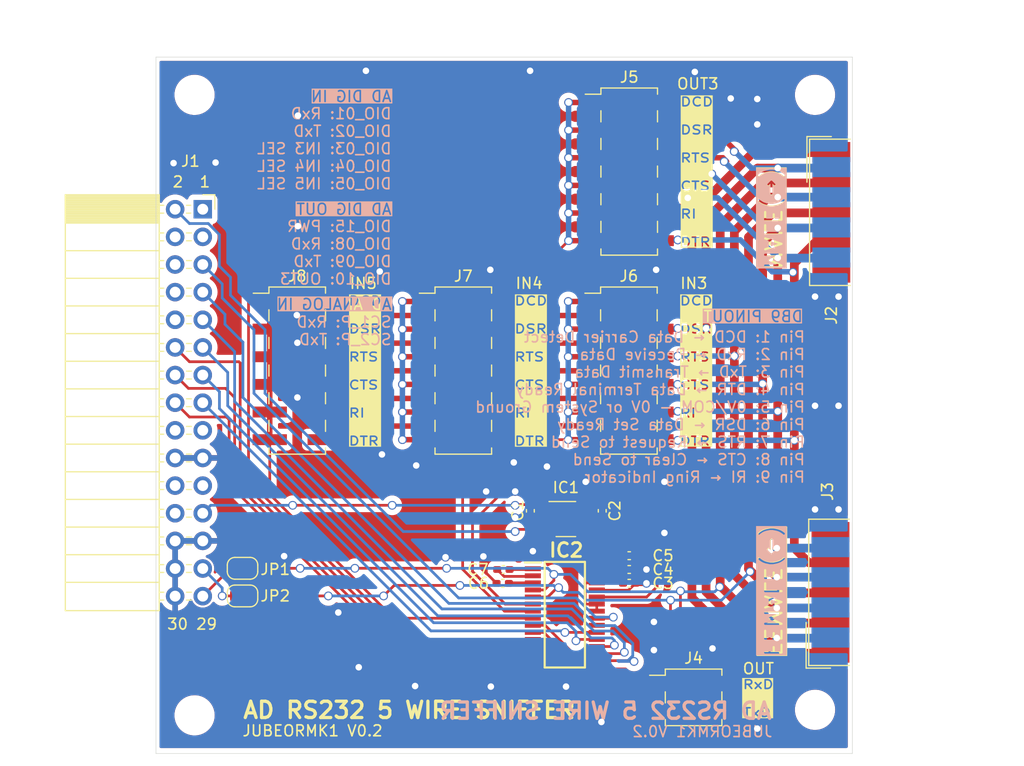
<source format=kicad_pcb>
(kicad_pcb (version 20221018) (generator pcbnew)
  (title_block (date "2019-10-02"))
  (layers (0 "F.Cu" signal) (31 "B.Cu" signal) (34 "B.Paste" user) (35 "F.Paste" user) (36 "B.SilkS" user "B.Silkscreen") (37 "F.SilkS" user "F.Silkscreen") (38 "B.Mask" user) (39 "F.Mask" user) (44 "Edge.Cuts" user))
  (net 0 "")
  (net 1 "/VIN_SC1_P")
  (net 2 "/VIN_SC2_P")
  (net 3 "/VOUT_AWG1")
  (net 4 "/DIO_7")
  (net 5 "/DIO_15")
  (net 6 "/DIO_6")
  (net 7 "/DIO_14")
  (net 8 "/DIO_5")
  (net 9 "/DIO_13")
  (net 10 "/DIO_4")
  (net 11 "/DIO_12")
  (net 12 "/DIO_3")
  (net 13 "/DIO_11")
  (net 14 "/DIO_2")
  (net 15 "/DIO_10")
  (net 16 "/DIO_1")
  (net 17 "/DIO_9")
  (net 18 "/DIO_0")
  (net 19 "/DIO_8")
  (net 20 "/TRIG_1")
  (net 21 "/TRIG_2")
  (net 22 "/VOUT_AWG2")
  (net 23 "/VOUT-5V0")
  (net 24 "/RTS")
  (net 25 "/TxD")
  (net 26 "/CTS")
  (net 27 "/RxD")
  (net 28 "/DCD")
  (net 29 "/DTR")
  (net 30 "/DSR")
  (net 31 "/RI")
  (net 32 "+5V")
  (net 33 "GND")
  (net 34 "+3.3V")
  (net 35 "Net-(IC2-V)")
  (net 36 "Net-(IC2-C1-)")
  (net 37 "Net-(IC2-C1)")
  (net 38 "Net-(IC2-V-)")
  (net 39 "Net-(IC2-C2-)")
  (net 40 "Net-(IC2-C2)")
  (net 42 "/RIN3")
  (net 43 "/RIN4")
  (net 44 "/RIN5")
  (net 45 "/DOUT1")
  (net 46 "/DOUT2")
  (net 47 "/DOUT3")
  (footprint "Connector_PinSocket_2.54mm:PinSocket_2x15_P2.54mm_Horizontal" (layer "F.Cu") (at 114.8 79.98)
    (fp_text reference "J1")
    (fp_text value "Conn_02x15_Counter_Clockwise")
  )
  (footprint "Capacitor_SMD:C_0402_1005Metric_Pad0.74x0.62mm_HandSolder" (layer "F.Cu") (at 144.907 107.696 90)
    (fp_text reference "C1")
    (fp_text value "0.1uF")
  )
  (footprint "Connector_PinHeader_2.54mm:PinHeader_2x06_P2.54mm_Vertical_SMD" (layer "F.Cu") (at 153.991 76.52)
    (fp_text reference "J5")
    (fp_text value "Conn_02x06_Odd_Even")
  )
  (footprint "Jumper:SolderJumper-2_P1.3mm_Bridged_RoundedPad1.0x1.5mm" (layer "F.Cu") (at 118.4552 115.5192)
    (fp_text reference "JP2")
    (fp_text value "SolderJumper_2_Bridged")
  )
  (footprint "Capacitor_SMD:C_0402_1005Metric_Pad0.74x0.62mm_HandSolder" (layer "F.Cu") (at 142.4265 113.0895)
    (fp_text reference "C7")
    (fp_text value "0.1uF")
  )
  (footprint "MountingHole:MountingHole_3.2mm_M3" (layer "F.Cu") (at 114.046 69.469)
    (fp_text reference "H1" hide)
    (fp_text value "MountingHole" hide)
  )
  (footprint "Connector_PinHeader_2.54mm:PinHeader_2x06_P2.54mm_Vertical_SMD" (layer "F.Cu") (at 138.744 94.808)
    (fp_text reference "J7")
    (fp_text value "Conn_02x06_Odd_Even")
  )
  (footprint "Capacitor_SMD:C_0402_1005Metric_Pad0.74x0.62mm_HandSolder" (layer "F.Cu") (at 153.9915 111.8195 180)
    (fp_text reference "C5")
    (fp_text value "0.1uF")
  )
  (footprint "Capacitor_SMD:C_0402_1005Metric_Pad0.74x0.62mm_HandSolder" (layer "F.Cu") (at 151.511 107.696 -90)
    (fp_text reference "C2")
    (fp_text value "1.0uF")
  )
  (footprint "MountingHole:MountingHole_3.2mm_M3" (layer "F.Cu") (at 171.069 125.984)
    (fp_text reference "H4" hide)
    (fp_text value "MountingHole" hide)
  )
  (footprint "Capacitor_SMD:C_0402_1005Metric_Pad0.74x0.62mm_HandSolder" (layer "F.Cu") (at 153.9915 113.0895 180)
    (fp_text reference "C4")
    (fp_text value "0.1uF")
  )
  (footprint "Connector_PinHeader_2.54mm:PinHeader_2x06_P2.54mm_Vertical_SMD" (layer "F.Cu") (at 123.481 94.808)
    (fp_text reference "J8")
    (fp_text value "Conn_02x06_Odd_Even")
  )
  (footprint "Octopart-TRSF3243EIPWR:SOP65P640X120-28N" (layer "F.Cu") (at 148.073 117.2435)
    (fp_text reference "IC2")
    (fp_text value "TRSF3243EIPWR" hide)
  )
  (footprint "MountingHole:MountingHole_3.2mm_M3" (layer "F.Cu") (at 171.069 69.469)
    (fp_text reference "H2" hide)
    (fp_text value "MountingHole" hide)
  )
  (footprint "Connector_Dsub:DSUB-9_Female_EdgeMount_P2.77mm" (layer "F.Cu") (at 172.566 80.264 90)
    (fp_text reference "J2")
    (fp_text value "DE9_Plug")
  )
  (footprint "Capacitor_SMD:C_0402_1005Metric_Pad0.74x0.62mm_HandSolder" (layer "F.Cu") (at 153.9915 114.3595 180)
    (fp_text reference "C3")
    (fp_text value "0.1uF")
  )
  (footprint "Connector_PinHeader_2.54mm:PinHeader_2x02_P2.54mm_Vertical_SMD" (layer "F.Cu") (at 159.908 124.841)
    (fp_text reference "J4")
    (fp_text value "Conn_02x02_Odd_Even")
  )
  (footprint "Jumper:SolderJumper-2_P1.3mm_Bridged_RoundedPad1.0x1.5mm" (layer "F.Cu") (at 118.4552 112.9792)
    (fp_text reference "JP1")
    (fp_text value "SolderJumper_2_Bridged")
  )
  (footprint "MountingHole:MountingHole_3.2mm_M3" (layer "F.Cu") (at 114.046 126.492)
    (fp_text reference "H3" hide)
    (fp_text value "MountingHole" hide)
  )
  (footprint "Connector_PinHeader_2.54mm:PinHeader_2x06_P2.54mm_Vertical_SMD" (layer "F.Cu") (at 153.961 94.808)
    (fp_text reference "J6")
    (fp_text value "Conn_02x06_Odd_Even")
  )
  (footprint "Package_TO_SOT_SMD:SOT-23-5_HandSoldering" (layer "F.Cu") (at 148.17 108.4535)
    (fp_text reference "IC1")
    (fp_text value "TCR2EF33,LM_CT")
  )
  (footprint "Connector_Dsub:DSUB-9_Male_EdgeMount_P2.77mm" (layer "F.Cu") (at 172.4885 115.189 90)
    (fp_text reference "J3")
    (fp_text value "DE9_Receptacle")
  )
  (footprint "Capacitor_SMD:C_0402_1005Metric_Pad0.74x0.62mm_HandSolder" (layer "F.Cu") (at 142.367 114.3595)
    (fp_text reference "C6")
    (fp_text value "0.1uF" hide)
  )
  (gr_line (start 110.5 130) (end 110.5 66) (stroke (width 0.05)) (layer "Edge.Cuts"))
  (gr_line (start 174.5 130) (end 174.5 66) (stroke (width 0.05)) (layer "Edge.Cuts"))
  (gr_line (start 110.5 130) (end 174.5 130) (stroke (width 0.05)) (layer "Edge.Cuts"))
  (gr_line (start 110.5 66) (end 174.5 66) (stroke (width 0.05)) (layer "Edge.Cuts"))
  (gr_text "AD DIG IN" (at 132.2324 69.0372) (layer "B.SilkS" knockout) (effects (font (size 1 1)) (justify left top mirror)))
  (gr_text "AD ANALOG IN" (at 132.2324 88.138) (layer "B.SilkS" knockout) (effects (font (size 1 1)) (justify left top mirror)))
  (gr_text "JUBEORMK1 V0.2" (at 167.2336 127.9856) (layer "B.SilkS") (effects (font (size 1 1)) (justify left mirror)))
  (gr_text "DIO_15: PWR\nDIO_08: RxD\nDIO_09: TxD\nDIO_10: OUT3" (at 132.2324 80.9752) (layer "B.SilkS") (effects (font (size 1 1)) (justify left top mirror)))
  (gr_text "FEMALE(←)" (at 168.0464 121.2088 270) (layer "B.SilkS" knockout) (effects (font (size 1.5 1.5) (thickness 0.2)) (justify left top mirror)))
  (gr_text "MALE(→)" (at 168.0464 85.6488 270) (layer "B.SilkS" knockout) (effects (font (size 1.5 1.5) (thickness 0.2)) (justify left top mirror)))
  (gr_text "DIO_01: RxD\nDIO_02: TxD\nDIO_03: IN3 SEL\nDIO_04: IN4 SEL\nDIO_05: IN5 SEL" (at 132.2324 70.612) (layer "B.SilkS") (effects (font (size 1 1)) (justify left top mirror)))
  (gr_text "Pin 1: DCD ← Data Carrier Detect\nPin 2: RxD ← Receive Data\nPin 3: TxD → Transmit Data\nPin 4: DTR → Data Terminal Ready\nPin 5: 0V/COM − 0V or System Ground\nPin 6: DSR ← Data Set Ready\nPin 7: RTS → Request to Send\nPin 8: CTS ← Clear to Send\nPin 9: RI ← Ring Indicator" (at 170.2308 91.1352) (layer "B.SilkS") (effects (font (size 1 1)) (justify left top mirror)))
  (gr_text "SC1_P: RxD\nSC2_P: TxD" (at 132.2324 89.7636) (layer "B.SilkS") (effects (font (size 1 1)) (justify left top mirror)))
  (gr_text "AD RS232 5 WIRE SNIFFER" (at 167.2336 126.0856) (layer "B.SilkS") (effects (font (size 1.5 1.5) (thickness 0.3)) (justify left mirror)))
  (gr_text "AD DIG OUT" (at 132.2324 79.4004) (layer "B.SilkS" knockout) (effects (font (size 1 1)) (justify left top mirror)))
  (gr_text "DB9 PINOUT" (at 170.0276 89.2556) (layer "B.SilkS" knockout) (effects (font (size 1 1)) (justify left top mirror)))
  (gr_text "30 29" (at 116.205 118.11) (layer "F.SilkS") (effects (font (size 1 1)) (justify right)))
  (gr_text "AD RS232 5 WIRE SNIFFER" (at 118.364 126.0144) (layer "F.SilkS") (effects (font (size 1.5 1.5) (thickness 0.3)) (justify left)))
  (gr_text "FEMALE(←)" (at 166.116 121.2596 90) (layer "F.SilkS" knockout) (effects (font (size 1.5 1.5) (thickness 0.2)) (justify left top)))
  (gr_text "DCD\n\nDSR\n\nRTS\n\nCTS\n\nRI\n\nDTR" (at 158.5976 69.6468) (layer "F.SilkS" knockout) (effects (font (size 0.8 1)) (justify left top)))
  (gr_text "IN5" (at 128.2192 87.376) (layer "F.SilkS") (effects (font (size 1 1)) (justify left bottom)))
  (gr_text "DCD\n\nDSR\n\nRTS\n\nCTS\n\nRI\n\nDTR" (at 143.3576 87.9348) (layer "F.SilkS" knockout) (effects (font (size 0.8 1)) (justify left top)))
  (gr_text "JUBEORMK1 V0.2" (at 118.364 127.9144) (layer "F.SilkS") (effects (font (size 1 1)) (justify left)))
  (gr_text "IN4" (at 143.4592 87.376) (layer "F.SilkS") (effects (font (size 1 1)) (justify left bottom)))
  (gr_text "OUT3" (at 158.2928 69.0372) (layer "F.SilkS") (effects (font (size 1 1)) (justify left bottom)))
  (gr_text "DCD\n\nDSR\n\nRTS\n\nCTS\n\nRI\n\nDTR" (at 128.1176 87.9348) (layer "F.SilkS" knockout) (effects (font (size 0.8 1)) (justify left top)))
  (gr_text "2  1" (at 115.57 77.47) (layer "F.SilkS") (effects (font (size 1 1)) (justify right)))
  (gr_text "DCD\n\nDSR\n\nRTS\n\nCTS\n\nRI\n\nDTR" (at 158.5468 87.9348) (layer "F.SilkS" knockout) (effects (font (size 0.8 1)) (justify left top)))
  (gr_text "IN3" (at 158.5976 87.376) (layer "F.SilkS") (effects (font (size 1 1)) (justify left bottom)))
  (gr_text "RxD\n\nTxD\n" (at 164.338 123.19) (layer "F.SilkS" knockout) (effects (font (size 0.8 1)) (justify left top)))
  (gr_text "OUT" (at 164.338 122.7836) (layer "F.SilkS") (effects (font (size 1 1)) (justify left bottom)))
  (gr_text "MALE(→)" (at 166.0652 85.598 90) (layer "F.SilkS" knockout) (effects (font (size 1.5 1.5) (thickness 0.2)) (justify left top)))
  (segment (start 117.3608 112.9792) (end 114.8 115.54) (width 0.25) (layer "F.Cu") (net 1))
  (segment (start 117.8052 112.9792) (end 117.3608 112.9792) (width 0.25) (layer "F.Cu") (net 1))
  (segment (start 117.7844 113) (end 117.8052 112.9792) (width 0.25) (layer "F.Cu") (net 1))
  (segment (start 117.8052 115.5192) (end 116.586 115.5192) (width 0.25) (layer "F.Cu") (net 2))
  (segment (start 117.7844 115.54) (end 117.8052 115.5192) (width 0.25) (layer "F.Cu") (net 2))
  (via (at 116.586 115.5192) (size 0.8) (drill 0.6) (layers "F.Cu" "B.Cu") (net 2))
  (segment (start 114.8 113) (end 116.586 114.786) (width 0.25) (layer "B.Cu") (net 2))
  (segment (start 116.586 114.786) (end 116.586 115.5192) (width 0.25) (layer "B.Cu") (net 2))
  (segment (start 146.82 109.4035) (end 143.7075 109.4035) (width 0.25) (layer "F.Cu") (net 5))
  (segment (start 143.7075 109.4035) (end 143.51 109.601) (width 0.25) (layer "F.Cu") (net 5))
  (via (at 143.51 109.601) (size 0.8) (drill 0.6) (layers "F.Cu" "B.Cu") (net 5))
  (segment (start 120.523 96.901) (end 133.223 109.601) (width 0.25) (layer "B.Cu") (net 5))
  (segment (start 116.332 82.319588) (end 116.332 85.217) (width 0.25) (layer "B.Cu") (net 5))
  (segment (start 113.575 81.295) (end 115.307412 81.295) (width 0.25) (layer "B.Cu") (net 5))
  (segment (start 133.223 109.601) (end 143.51 109.601) (width 0.25) (layer "B.Cu") (net 5))
  (segment (start 115.307412 81.295) (end 116.332 82.319588) (width 0.25) (layer "B.Cu") (net 5))
  (segment (start 112.26 79.98) (end 113.575 81.295) (width 0.25) (layer "B.Cu") (net 5))
  (segment (start 116.332 85.217) (end 117.348 86.233) (width 0.25) (layer "B.Cu") (net 5))
  (segment (start 117.348 86.233) (end 117.348 87.884) (width 0.25) (layer "B.Cu") (net 5))
  (segment (start 120.523 91.059) (end 120.523 96.901) (width 0.25) (layer "B.Cu") (net 5))
  (segment (start 117.348 87.884) (end 120.523 91.059) (width 0.25) (layer "B.Cu") (net 5))
  (segment (start 152.4935 117.5685) (end 152.527 117.602) (width 0.25) (layer "F.Cu") (net 8))
  (segment (start 151.011 117.5685) (end 152.4935 117.5685) (width 0.25) (layer "F.Cu") (net 8))
  (segment (start 152.527 117.602) (end 152.527 117.4705) (width 0.25) (layer "F.Cu") (net 8))
  (via (at 152.527 117.4705) (size 0.8) (drill 0.6) (layers "F.Cu" "B.Cu") (net 8))
  (segment (start 138.311 115.705) (end 119.507 96.901) (width 0.25) (layer "B.Cu") (net 8))
  (segment (start 149.123212 115.705) (end 138.311 115.705) (width 0.25) (layer "B.Cu") (net 8))
  (segment (start 119.507 91.059) (end 116.586 88.138) (width 0.25) (layer "B.Cu") (net 8))
  (segment (start 119.507 96.901) (end 119.507 91.059) (width 0.25) (layer "B.Cu") (net 8))
  (segment (start 152.527 117.4705) (end 150.888712 117.4705) (width 0.25) (layer "B.Cu") (net 8))
  (segment (start 116.586 86.846) (end 114.8 85.06) (width 0.25) (layer "B.Cu") (net 8))
  (segment (start 116.586 88.138) (end 116.586 86.846) (width 0.25) (layer "B.Cu") (net 8))
  (segment (start 150.888712 117.4705) (end 149.123212 115.705) (width 0.25) (layer "B.Cu") (net 8))
  (segment (start 154.3615 121.4685) (end 154.432 121.539) (width 0.25) (layer "F.Cu") (net 10))
  (segment (start 151.011 121.4685) (end 154.3615 121.4685) (width 0.25) (layer "F.Cu") (net 10))
  (via (at 154.432 121.539) (size 0.8) (drill 0.6) (layers "F.Cu" "B.Cu") (net 10))
  (segment (start 152.679212 118.245) (end 150.956106 118.245) (width 0.25) (layer "B.Cu") (net 10))
  (segment (start 154.318 119.883788) (end 152.679212 118.245) (width 0.25) (layer "B.Cu") (net 10))
  (segment (start 118.491 92.202) (end 116.84 90.551) (width 0.25) (layer "B.Cu") (net 10))
  (segment (start 152.956484 121.469) (end 153.864016 121.469) (width 0.25) (layer "B.Cu") (net 10))
  (segment (start 154.318 121.015016) (end 154.318 119.883788) (width 0.25) (layer "B.Cu") (net 10))
  (segment (start 116.84 89.64) (end 114.8 87.6) (width 0.25) (layer "B.Cu") (net 10))
  (segment (start 153.026484 121.539) (end 152.956484 121.469) (width 0.25) (layer "B.Cu") (net 10))
  (segment (start 153.864016 121.469) (end 154.318 121.015016) (width 0.25) (layer "B.Cu") (net 10))
  (segment (start 148.916106 116.205) (end 137.414 116.205) (width 0.25) (layer "B.Cu") (net 10))
  (segment (start 137.414 116.205) (end 118.491 97.282) (width 0.25) (layer "B.Cu") (net 10))
  (segment (start 116.84 90.551) (end 116.84 89.64) (width 0.25) (layer "B.Cu") (net 10))
  (segment (start 150.956106 118.245) (end 148.916106 116.205) (width 0.25) (layer "B.Cu") (net 10))
  (segment (start 118.491 97.282) (end 118.491 92.202) (width 0.25) (layer "B.Cu") (net 10))
  (segment (start 154.432 121.539) (end 153.026484 121.539) (width 0.25) (layer "B.Cu") (net 10))
  (segment (start 151.011 120.8185) (end 153.5015 120.8185) (width 0.25) (layer "F.Cu") (net 12))
  (segment (start 153.543 120.777) (end 153.543 120.694) (width 0.25) (layer "F.Cu") (net 12))
  (segment (start 153.5015 120.8185) (end 153.543 120.777) (width 0.25) (layer "F.Cu") (net 12))
  (via (at 153.543 120.694) (size 0.8) (drill 0.6) (layers "F.Cu" "B.Cu") (net 12))
  (segment (start 148.717 116.713) (end 136.779 116.713) (width 0.25) (layer "B.Cu") (net 12))
  (segment (start 117.729 97.663) (end 117.729 93.069) (width 0.25) (layer "B.Cu") (net 12))
  (segment (start 150.749 118.745) (end 148.717 116.713) (width 0.25) (layer "B.Cu") (net 12))
  (segment (start 153.543 119.815894) (end 152.472106 118.745) (width 0.25) (layer "B.Cu") (net 12))
  (segment (start 152.472106 118.745) (end 150.749 118.745) (width 0.25) (layer "B.Cu") (net 12))
  (segment (start 117.729 93.069) (end 114.8 90.14) (width 0.25) (layer "B.Cu") (net 12))
  (segment (start 136.779 116.713) (end 117.729 97.663) (width 0.25) (layer "B.Cu") (net 12))
  (segment (start 153.543 120.694) (end 153.543 119.815894) (width 0.25) (layer "B.Cu") (net 12))
  (segment (start 151.011 120.1685) (end 152.6275 120.1685) (width 0.25) (layer "F.Cu") (net 14))
  (segment (start 152.6275 120.1155) (end 152.6275 120.044) (width 0.25) (layer "F.Cu") (net 14))
  (segment (start 152.654 120.142) (end 152.6275 120.1155) (width 0.25) (layer "F.Cu") (net 14))
  (segment (start 152.6275 120.1685) (end 152.654 120.142) (width 0.25) (layer "F.Cu") (net 14))
  (via (at 152.6275 120.044) (size 0.8) (drill 0.6) (layers "F.Cu" "B.Cu") (net 14))
  (segment (start 148.636503 117.521503) (end 148.59 117.521503) (width 0.25) (layer "B.Cu") (net 14))
  (segment (start 148.59 117.521503) (end 149.873 118.804503) (width 0.25) (layer "B.Cu") (net 14))
  (segment (start 136.398 117.348) (end 117.094 98.044) (width 0.25) (layer "B.Cu") (net 14))
  (segment (start 152.6275 120.044) (end 152.6275 119.6075) (width 0.25) (layer "B.Cu") (net 14))
  (segment (start 152.6275 119.6075) (end 152.4 119.38) (width 0.25) (layer "B.Cu") (net 14))
  (segment (start 150.495 119.38) (end 148.636503 117.521503) (width 0.25) (layer "B.Cu") (net 14))
  (segment (start 149.873 118.804503) (end 149.873 118.859878) (width 0.25) (layer "B.Cu") (net 14))
  (segment (start 117.094 98.044) (end 117.094 94.974) (width 0.25) (layer "B.Cu") (net 14))
  (segment (start 152.4 119.38) (end 150.495 119.38) (width 0.25) (layer "B.Cu") (net 14))
  (segment (start 148.361122 117.348) (end 136.398 117.348) (width 0.25) (layer "B.Cu") (net 14))
  (segment (start 149.873 118.859878) (end 148.361122 117.348) (width 0.25) (layer "B.Cu") (net 14))
  (segment (start 117.094 94.974) (end 114.8 92.68) (width 0.25) (layer "B.Cu") (net 14))
  (segment (start 118.237 104.872228) (end 118.237 94.107) (width 0.25) (layer "F.Cu") (net 15))
  (segment (start 145.135 120.1685) (end 133.533272 120.1685) (width 0.25) (layer "F.Cu") (net 15))
  (segment (start 133.533272 120.1685) (end 118.237 104.872228) (width 0.25) (layer "F.Cu") (net 15))
  (segment (start 113.575 93.995) (end 112.26 92.68) (width 0.25) (layer "F.Cu") (net 15))
  (segment (start 118.125 93.995) (end 113.575 93.995) (width 0.25) (layer "F.Cu") (net 15))
  (segment (start 118.237 94.107) (end 118.125 93.995) (width 0.25) (layer "F.Cu") (net 15))
  (segment (start 151.011 119.5185) (end 149.1095 119.5185) (width 0.25) (layer "F.Cu") (net 16))
  (segment (start 149.098 119.507) (end 149.098 119.643) (width 0.25) (layer "F.Cu") (net 16))
  (segment (start 149.1095 119.5185) (end 149.098 119.507) (width 0.25) (layer "F.Cu") (net 16))
  (via (at 149.098 119.643) (size 0.8) (drill 0.6) (layers "F.Cu" "B.Cu") (net 16))
  (segment (start 116.332 98.298) (end 116.332 96.752) (width 0.25) (layer "B.Cu") (net 16))
  (segment (start 116.332 96.752) (end 114.8 95.22) (width 0.25) (layer "B.Cu") (net 16))
  (segment (start 148.289016 117.983) (end 136.017 117.983) (width 0.25) (layer "B.Cu") (net 16))
  (segment (start 149.098 119.643) (end 149.098 118.791984) (width 0.25) (layer "B.Cu") (net 16))
  (segment (start 149.098 118.791984) (end 148.289016 117.983) (width 0.25) (layer "B.Cu") (net 16))
  (segment (start 136.017 117.983) (end 116.332 98.298) (width 0.25) (layer "B.Cu") (net 16))
  (segment (start 117.729 105.071334) (end 133.476166 120.8185) (width 0.25) (layer "F.Cu") (net 17))
  (segment (start 112.26 95.22) (end 113.485 96.445) (width 0.25) (layer "F.Cu") (net 17))
  (segment (start 113.485 96.445) (end 116.892 96.445) (width 0.25) (layer "F.Cu") (net 17))
  (segment (start 133.476166 120.8185) (end 145.135 120.8185) (width 0.25) (layer "F.Cu") (net 17))
  (segment (start 117.729 97.282) (end 117.729 105.071334) (width 0.25) (layer "F.Cu") (net 17))
  (segment (start 116.892 96.445) (end 117.729 97.282) (width 0.25) (layer "F.Cu") (net 17))
  (segment (start 151.011 118.8685) (end 148.0855 118.8685) (width 0.25) (layer "F.Cu") (net 18))
  (segment (start 148.0855 118.8685) (end 148.082 118.872) (width 0.25) (layer "F.Cu") (net 18))
  (via (at 148.082 118.872) (size 0.8) (drill 0.6) (layers "F.Cu" "B.Cu") (net 18))
  (segment (start 147.942 118.732) (end 135.772 118.732) (width 0.25) (layer "B.Cu") (net 18))
  (segment (start 135.772 118.732) (end 114.8 97.76) (width 0.25) (layer "B.Cu") (net 18))
  (segment (start 148.082 118.872) (end 147.942 118.732) (width 0.25) (layer "B.Cu") (net 18))
  (segment (start 113.575 99.075) (end 112.26 97.76) (width 0.25) (layer "F.Cu") (net 19))
  (segment (start 116.982 99.075) (end 113.575 99.075) (width 0.25) (layer "F.Cu") (net 19))
  (segment (start 117.221 99.314) (end 116.982 99.075) (width 0.25) (layer "F.Cu") (net 19))
  (segment (start 145.135 121.4685) (end 133.41906 121.4685) (width 0.25) (layer "F.Cu") (net 19))
  (segment (start 117.221 105.27044) (end 117.221 99.314) (width 0.25) (layer "F.Cu") (net 19))
  (segment (start 133.41906 121.4685) (end 117.221 105.27044) (width 0.25) (layer "F.Cu") (net 19))
  (segment (start 155.236 92.288) (end 156.486 93.538) (width 0.5) (layer "F.Cu") (net 24))
  (segment (start 156.516 75.25) (end 162.593124 75.25) (width 0.5) (layer "F.Cu") (net 24))
  (segment (start 126.006 93.538) (end 127.256 92.288) (width 0.5) (layer "F.Cu") (net 24))
  (segment (start 166.798544 78.867) (end 163.6545 82.011044) (width 0.8) (layer "F.Cu") (net 24))
  (segment (start 155.266 74) (end 156.516 75.25) (width 0.5) (layer "F.Cu") (net 24))
  (segment (start 127.256 92.288) (end 140.019 92.288) (width 0.5) (layer "F.Cu") (net 24))
  (segment (start 163.6545 82.011044) (end 163.6545 113.568956) (width 0.8) (layer "F.Cu") (net 24))
  (segment (start 166.713044 116.6275) (end 167.5545 116.6275) (width 0.8) (layer "F.Cu") (net 24))
  (segment (start 156.552 93.472) (end 158.455 93.472) (width 0.5) (layer "F.Cu") (net 24))
  (segment (start 162.933443 75.590321) (end 162.722017 75.590321) (width 0.5) (layer "F.Cu") (net 24))
  (segment (start 142.519 92.288) (end 155.236 92.288) (width 0.5) (layer "F.Cu") (net 24))
  (segment (start 156.486 93.538) (end 156.552 93.472) (width 0.5) (layer "F.Cu") (net 24))
  (segment (start 141.269 93.538) (end 142.519 92.288) (width 0.5) (layer "F.Cu") (net 24))
  (segment (start 167.64 78.867) (end 166.798544 78.867) (width 0.8) (layer "F.Cu") (net 24))
  (segment (start 163.6545 113.568956) (end 166.713044 116.6275) (width 0.8) (layer "F.Cu") (net 24))
  (segment (start 140.019 92.288) (end 141.269 93.538) (width 0.5) (layer "F.Cu") (net 24))
  (segment (start 162.593124 75.25) (end 162.933443 75.590321) (width 0.5) (layer "F.Cu") (net 24))
  (via (at 167.5545 116.6275) (size 0.8) (drill 0.6) (layers "F.Cu" "B.Cu") (net 24))
  (via (at 167.64 78.867) (size 0.8) (drill 0.6) (layers "F.Cu" "B.Cu") (net 24))
  (via (at 163.654 93.472) (size 0.8) (drill 0.6) (layers "F.Cu" "B.Cu") (net 24))
  (via (at 162.722017 75.590321) (size 0.8) (drill 0.6) (layers "F.Cu" "B.Cu") (net 24))
  (via (at 158.455 93.472) (size 0.8) (drill 0.6) (layers "F.Cu" "B.Cu") (net 24))
  (segment (start 172.72 78.9325) (end 172.72 78.994) (width 0.8) (layer "B.Cu") (net 24))
  (segment (start 162.722017 75.590321) (end 165.998696 78.867) (width 0.5) (layer "B.Cu") (net 24))
  (segment (start 165.998696 78.867) (end 167.64 78.867) (width 0.5) (layer "B.Cu") (net 24))
  (segment (start 172.72 78.994) (end 172.847 79.121) (width 0.8) (layer "B.Cu") (net 24))
  (segment (start 172.6345 116.6275) (end 167.64 116.6275) (width 0.8) (layer "B.Cu") (net 24))
  (segment (start 158.455 93.472) (end 163.654 93.472) (width 0.5) (layer "B.Cu") (net 24))
  (segment (start 172.72 78.867) (end 167.7255 78.867) (width 0.8) (layer "B.Cu") (net 24))
  (segment (start 167.186522 80.3175) (end 164.9545 82.549522) (width 0.8) (layer "F.Cu") (net 25))
  (segment (start 160.1216 121.9708) (end 160.1216 125.7808) (width 0.25) (layer "F.Cu") (net 25))
  (segment (start 160.5026 126.111) (end 162.433 126.111) (width 0.25) (layer "F.Cu") (net 25))
  (segment (start 164.9545 113.030478) (end 167.166522 115.2425) (width 0.8) (layer "F.Cu") (net 25))
  (segment (start 147.447 114.681) (end 147.502181 114.736181) (width 0.25) (layer "F.Cu") (net 25))
  (segment (start 157.7848 115.909) (end 157.7848 119.634) (width 0.25) (layer "F.Cu") (net 25))
  (segment (start 146.5095 115.6185) (end 147.447 114.681) (width 0.25) (layer "F.Cu") (net 25))
  (segment (start 167.166522 115.2425) (end 172.6425 115.2425) (width 0.8) (layer "F.Cu") (net 25))
  (segment (start 160.1216 125.7808) (end 160.4772 126.1364) (width 0.25) (layer "F.Cu") (net 25))
  (segment (start 160.4772 126.1364) (end 160.5026 126.111) (width 0.25) (layer "F.Cu") (net 25))
  (segment (start 172.72 80.3175) (end 167.186522 80.3175) (width 0.8) (layer "F.Cu") (net 25))
  (segment (start 138.43 114.554) (end 132.3848 114.554) (width 0.25) (layer "F.Cu") (net 25))
  (segment (start 132.3848 114.554) (end 131.4196 115.5192) (width 0.25) (layer "F.Cu") (net 25))
  (segment (start 119.1052 115.5192) (end 126.3396 115.5192) (width 0.25) (layer "F.Cu") (net 25))
  (segment (start 145.135 115.6185) (end 146.5095 115.6185) (width 0.25) (layer "F.Cu") (net 25))
  (segment (start 147.502181 114.736181) (end 147.502181 114.759129) (width 0.25) (layer "F.Cu") (net 25))
  (segment (start 164.9545 82.549522) (end 164.9545 113.030478) (width 0.8) (layer "F.Cu") (net 25))
  (segment (start 157.7848 119.634) (end 160.1216 121.9708) (width 0.25) (layer "F.Cu") (net 25))
  (via (at 165.1 113.284) (size 0.8) (drill 0.6) (layers "F.Cu" "B.Cu") (net 25))
  (via (at 138.43 114.554) (size 0.8) (drill 0.6) (layers "F.Cu" "B.Cu") (net 25))
  (via (at 147.502181 114.759129) (size 0.8) (drill 0.6) (layers "F.Cu" "B.Cu") (net 25))
  (via (at 126.3396 115.5192) (size 0.8) (drill 0.6) (layers "F.Cu" "B.Cu") (net 25))
  (via (at 131.4196 115.5192) (size 0.8) (drill 0.6) (layers "F.Cu" "B.Cu") (net 25))
  (via (at 157.7848 115.909) (size 0.8) (drill 0.6) (layers "F.Cu" "B.Cu") (net 25))
  (segment (start 150.034318 115.909) (end 149.314318 115.189) (width 0.25) (layer "B.Cu") (net 25))
  (segment (start 147.932052 115.189) (end 147.502181 114.759129) (width 0.25) (layer "B.Cu") (net 25))
  (segment (start 147.502181 114.759129) (end 147.261824 114.759129) (width 0.25) (layer "B.Cu") (net 25))
  (segment (start 147.261824 114.759129) (end 147.056695 114.554) (width 0.25) (layer "B.Cu") (net 25))
  (segment (start 147.056695 114.554) (end 138.43 114.554) (width 0.25) (layer "B.Cu") (net 25))
  (segment (start 162.475 115.909) (end 158.496 115.909) (width 0.25) (layer "B.Cu") (net 25))
  (segment (start 158.496 115.909) (end 150.034318 115.909) (width 0.25) (layer "B.Cu") (net 25))
  (segment (start 126.3396 115.5192) (end 131.4196 115.5192) (width 0.25) (layer "B.Cu") (net 25))
  (segment (start 149.314318 115.189) (end 147.932052 115.189) (width 0.25) (layer "B.Cu") (net 25))
  (segment (start 165.1 113.284) (end 162.475 115.909) (width 0.25) (layer "B.Cu") (net 25))
  (segment (start 156.516 77.79) (end 160.733764 77.79) (width 0.5) (layer "F.Cu") (net 26))
  (segment (start 140.019 94.828) (end 141.269 96.078) (width 0.5) (layer "F.Cu") (net 26))
  (segment (start 156.486 96.078) (end 158.435 96.078) (width 0.5) (layer "F.Cu") (net 26))
  (segment (start 155.266 76.54) (end 156.516 77.79) (width 0.5) (layer "F.Cu") (net 26))
  (segment (start 167.64 81.7025) (end 166.2545 83.088) (width 0.8) (layer "F.Cu") (net 26))
  (segment (start 161.679882 76.843882) (end 161.574169 76.738169) (width 0.5) (layer "F.Cu") (net 26))
  (segment (start 126.006 96.078) (end 127.256 94.828) (width 0.5) (layer "F.Cu") (net 26))
  (segment (start 166.2545 83.088) (end 166.2545 112.492) (width 0.8) (layer "F.Cu") (net 26))
  (segment (start 141.269 96.078) (end 142.519 94.828) (width 0.5) (layer "F.Cu") (net 26))
  (segment (start 155.236 94.828) (end 156.486 96.078) (width 0.5) (layer "F.Cu") (net 26))
  (segment (start 158.496 96.139) (end 158.435 96.078) (width 0.5) (layer "F.Cu") (net 26))
  (segment (start 160.733764 77.79) (end 161.679882 76.843882) (width 0.5) (layer "F.Cu") (net 26))
  (segment (start 127.256 94.828) (end 140.019 94.828) (width 0.5) (layer "F.Cu") (net 26))
  (segment (start 166.2545 112.492) (end 167.5545 113.792) (width 0.8) (layer "F.Cu") (net 26))
  (segment (start 142.519 94.828) (end 155.236 94.828) (width 0.5) (layer "F.Cu") (net 26))
  (via (at 166.243 96.012) (size 0.8) (drill 0.6) (layers "F.Cu" "B.Cu") (net 26))
  (via (at 167.64 81.7025) (size 0.8) (drill 0.6) (layers "F.Cu" "B.Cu") (net 26))
  (via (at 161.574169 76.738169) (size 0.8) (drill 0.6) (layers "F.Cu" "B.Cu") (net 26))
  (via (at 167.5545 113.792) (size 0.8) (drill 0.6) (layers "F.Cu" "B.Cu") (net 26))
  (via (at 158.435 96.078) (size 0.8) (drill 0.6) (layers "F.Cu" "B.Cu") (net 26))
  (segment (start 161.574169 76.738169) (end 166.5385 81.7025) (width 0.5) (layer "B.Cu") (net 26))
  (segment (start 158.435 96.078) (end 166.177 96.078) (width 0.5) (layer "B.Cu") (net 26))
  (segment (start 172.6345 113.792) (end 167.64 113.792) (width 0.8) (layer "B.Cu") (net 26))
  (segment (start 172.72 81.7025) (end 167.7255 81.7025) (width 0.8) (layer "B.Cu") (net 26))
  (segment (start 166.5385 81.7025) (end 167.64 81.7025) (width 0.5) (layer "B.Cu") (net 26))
  (segment (start 166.177 96.078) (end 166.243 96.012) (width 0.5) (layer "B.Cu") (net 26))
  (segment (start 146.1975 114.9685) (end 147.066 114.1) (width 0.25) (layer "F.Cu") (net 27))
  (segment (start 158.6992 115.062) (end 158.6992 119.8372) (width 0.25) (layer "F.Cu") (net 27))
  (segment (start 145.135 114.9685) (end 146.1975 114.9685) (width 0.25) (layer "F.Cu") (net 27))
  (segment (start 147.066 114.1) (end 147.066 113.665) (width 0.25) (layer "F.Cu") (net 27))
  (segment (start 162.3545 81.472566) (end 162.3545 114.6025) (width 0.8) (layer "F.Cu") (net 27))
  (segment (start 119.1052 112.9792) (end 123.7488 112.9792) (width 0.25) (layer "F.Cu") (net 27))
  (segment (start 137.2108 112.9792) (end 137.208409 112.976809) (width 0.25) (layer "F.Cu") (net 27))
  (segment (start 137.208409 112.976809) (end 128.780391 112.976809) (width 0.25) (layer "F.Cu") (net 27))
  (segment (start 172.7005 77.567) (end 166.260066 77.567) (width 0.8) (layer "F.Cu") (net 27))
  (segment (start 162.3545 114.6025) (end 165.7645 118.0125) (width 0.8) (layer "F.Cu") (net 27))
  (segment (start 165.7645 118.0125) (end 172.6425 118.0125) (width 0.8) (layer "F.Cu") (net 27))
  (segment (start 172.72 77.5475) (end 172.7005 77.567) (width 0.8) (layer "F.Cu") (net 27))
  (segment (start 166.260066 77.567) (end 162.3545 81.472566) (width 0.8) (layer "F.Cu") (net 27))
  (segment (start 158.6992 119.8372) (end 162.433 123.571) (width 0.25) (layer "F.Cu") (net 27))
  (segment (start 147.066 113.665) (end 147.066 113.538) (width 0.25) (layer "F.Cu") (net 27))
  (via (at 137.2108 112.9792) (size 0.8) (drill 0.6) (layers "F.Cu" "B.Cu") (net 27))
  (via (at 147.066 113.538) (size 0.8) (drill 0.6) (layers "F.Cu" "B.Cu") (net 27))
  (via (at 158.6992 115.062) (size 0.8) (drill 0.6) (layers "F.Cu" "B.Cu") (net 27))
  (via (at 128.780391 112.976809) (size 0.8) (drill 0.6) (layers "F.Cu" "B.Cu") (net 27))
  (via (at 162.306 114.681) (size 0.8) (drill 0.6) (layers "F.Cu" "B.Cu") (net 27))
  (via (at 123.7488 112.9792) (size 0.8) (drill 0.6) (layers "F.Cu" "B.Cu") (net 27))
  (segment (start 161.8525 115.1345) (end 150.1865 115.1345) (width 0.25) (layer "B.Cu") (net 27))
  (segment (start 148.59 113.538) (end 147.066 113.538) (width 0.25) (layer "B.Cu") (net 27))
  (segment (start 146.5072 112.9792) (end 137.2108 112.9792) (width 0.25) (layer "B.Cu") (net 27))
  (segment (start 147.066 113.538) (end 146.5072 112.9792) (width 0.25) (layer "B.Cu") (net 27))
  (segment (start 128.778 112.9792) (end 128.780391 112.976809) (width 0.25) (layer "B.Cu") (net 27))
  (segment (start 162.306 114.681) (end 161.8525 115.1345) (width 0.25) (layer "B.Cu") (net 27))
  (segment (start 123.7488 112.9792) (end 128.778 112.9792) (width 0.25) (layer "B.Cu") (net 27))
  (segment (start 150.1865 115.1345) (end 148.59 113.538) (width 0.25) (layer "B.Cu") (net 27))
  (segment (start 155.236 87.208) (end 156.486 88.458) (width 0.5) (layer "F.Cu") (net 28))
  (segment (start 126.006 88.458) (end 127.256 87.208) (width 0.5) (layer "F.Cu") (net 28))
  (segment (start 160.76511 70.17) (end 165.37261 74.7775) (width 0.5) (layer "F.Cu") (net 28))
  (segment (start 164.857544 120.7825) (end 172.6425 120.7825) (width 0.8) (layer "F.Cu") (net 28))
  (segment (start 159.6935 88.458) (end 159.7545 88.519) (width 0.5) (layer "F.Cu") (net 28))
  (segment (start 156.516 70.17) (end 160.76511 70.17) (width 0.5) (layer "F.Cu") (net 28))
  (segment (start 172.72 74.7775) (end 165.37261 74.7775) (width 0.8) (layer "F.Cu") (net 28))
  (segment (start 127.256 87.208) (end 140.019 87.208) (width 0.5) (layer "F.Cu") (net 28))
  (segment (start 155.266 68.92) (end 156.516 70.17) (width 0.5) (layer "F.Cu") (net 28))
  (segment (start 141.269 88.458) (end 142.519 87.208) (width 0.5) (layer "F.Cu") (net 28))
  (segment (start 159.7545 88.519) (end 159.7545 115.679456) (width 0.8) (layer "F.Cu") (net 28))
  (segment (start 156.486 88.458) (end 159.6935 88.458) (width 0.5) (layer "F.Cu") (net 28))
  (segment (start 159.7545 115.679456) (end 164.857544 120.7825) (width 0.8) (layer "F.Cu") (net 28))
  (segment (start 165.37261 74.7775) (end 159.7545 80.39561) (width 0.8) (layer "F.Cu") (net 28))
  (segment (start 159.7545 80.39561) (end 159.7545 88.519) (width 0.8) (layer "F.Cu") (net 28))
  (segment (start 142.519 87.208) (end 155.236 87.208) (width 0.5) (layer "F.Cu") (net 28))
  (segment (start 140.019 87.208) (end 141.269 88.458) (width 0.5) (layer "F.Cu") (net 28))
  (segment (start 141.269 101.158) (end 140.019 99.908) (width 0.5) (layer "F.Cu") (net 29))
  (segment (start 172.72 83.0875) (end 171.026667 83.0875) (width 0.8) (layer "F.Cu") (net 29))
  (segment (start 171.026667 83.0875) (end 169.164 84.950167) (width 0.8) (layer "F.Cu") (net 29))
  (segment (start 156.486 101.158) (end 155.216 99.888) (width 0.5) (layer "F.Cu") (net 29))
  (segment (start 170.5115 112.4725) (end 172.6425 112.4725) (width 0.8) (layer "F.Cu") (net 29))
  (segment (start 156.516 82.87) (end 155.246 81.6) (width 0.5) (layer "F.Cu") (net 29))
  (segment (start 127.256 99.908) (end 126.006 101.158) (width 0.5) (layer "F.Cu") (net 29))
  (segment (start 155.216 99.888) (end 142.539 99.888) (width 0.5) (layer "F.Cu") (net 29))
  (segment (start 156.547 101.219) (end 158.455 101.219) (width 0.5) (layer "F.Cu") (net 29))
  (segment (start 156.516 82.87) (end 156.582 82.804) (width 0.5) (layer "F.Cu") (net 29))
  (segment (start 140.019 99.908) (end 127.256 99.908) (width 0.5) (layer "F.Cu") (net 29))
  (segment (start 142.539 99.888) (end 141.269 101.158) (width 0.5) (layer "F.Cu") (net 29))
  (segment (start 169.164 84.950167) (end 169.164 111.125) (width 0.8) (layer "F.Cu") (net 29))
  (segment (start 156.582 82.804) (end 158.455 82.804) (width 0.5) (layer "F.Cu") (net 29))
  (segment (start 169.164 111.125) (end 170.5115 112.4725) (width 0.8) (layer "F.Cu") (net 29))
  (segment (start 156.486 101.158) (end 156.547 101.219) (width 0.5) (layer "F.Cu") (net 29))
  (via (at 169.164 101.219) (size 0.8) (drill 0.6) (layers "F.Cu" "B.Cu") (net 29))
  (via (at 158.455 82.804) (size 0.8) (drill 0.6) (layers "F.Cu" "B.Cu") (net 29))
  (via (at 158.455 101.219) (size 0.8) (drill 0.6) (layers "F.Cu" "B.Cu") (net 29))
  (via (at 169.037 85.772) (size 0.8) (drill 0.6) (layers "F.Cu" "B.Cu") (net 29))
  (segment (start 169.037 85.725) (end 169.037 85.772) (width 0.5) (layer "B.Cu") (net 29))
  (segment (start 164.211 82.804) (end 167.132 85.725) (width 0.5) (layer "B.Cu") (net 29))
  (segment (start 158.455 101.219) (end 169.164 101.219) (width 0.5) (layer "B.Cu") (net 29))
  (segment (start 158.455 82.804) (end 164.211 82.804) (width 0.5) (layer "B.Cu") (net 29))
  (segment (start 167.132 85.725) (end 169.037 85.725) (width 0.5) (layer "B.Cu") (net 29))
  (segment (start 163.825434 74.671434) (end 163.640904 74.671434) (width 0.5) (layer "F.Cu") (net 30))
  (segment (start 142.519 89.748) (end 155.236 89.748) (width 0.5) (layer "F.Cu") (net 30))
  (segment (start 140.019 89.748) (end 141.269 90.998) (width 0.5) (layer "F.Cu") (net 30))
  (segment (start 155.236 89.748) (end 156.486 90.998) (width 0.5) (layer "F.Cu") (net 30))
  (segment (start 167.64 76.2) (end 165.788588 76.2) (width 0.8) (layer "F.Cu") (net 30))
  (segment (start 158.6045 91.0405) (end 158.6045 90.932) (width 0.5) (layer "F.Cu") (net 30))
  (segment (start 156.486 90.998) (end 158.562 90.998) (width 0.5) (layer "F.Cu") (net 30))
  (segment (start 126.006 90.998) (end 127.256 89.748) (width 0.5) (layer "F.Cu") (net 30))
  (segment (start 158.562 90.998) (end 158.6045 91.0405) (width 0.5) (layer "F.Cu") (net 30))
  (segment (start 141.269 90.998) (end 142.519 89.748) (width 0.5) (layer "F.Cu") (net 30))
  (segment (start 165.788588 76.2) (end 161.0545 80.934088) (width 0.8) (layer "F.Cu") (net 30))
  (segment (start 161.0545 115.140978) (end 165.293522 119.38) (width 0.8) (layer "F.Cu") (net 30))
  (segment (start 127.256 89.748) (end 140.019 89.748) (width 0.5) (layer "F.Cu") (net 30))
  (segment (start 155.266 71.46) (end 156.516 72.71) (width 0.5) (layer "F.Cu") (net 30))
  (segment (start 161.864 72.71) (end 163.825434 74.671434) (width 0.5) (layer "F.Cu") (net 30))
  (segment (start 156.516 72.71) (end 161.864 72.71) (width 0.5) (layer "F.Cu") (net 30))
  (segment (start 158.6045 90.932) (end 158.455 90.932) (width 0.5) (layer "F.Cu") (net 30))
  (segment (start 165.293522 119.38) (end 167.5545 119.38) (width 0.8) (layer "F.Cu") (net 30))
  (segment (start 161.0545 80.934088) (end 161.0545 115.140978) (width 0.8) (layer "F.Cu") (net 30))
  (via (at 163.640904 74.671434) (size 0.8) (drill 0.6) (layers "F.Cu" "B.Cu") (net 30))
  (via (at 158.455 90.932) (size 0.8) (drill 0.6) (layers "F.Cu" "B.Cu") (net 30))
  (via (at 167.5545 119.38) (size 0.8) (drill 0.6) (layers "F.Cu" "B.Cu") (net 30))
  (via (at 167.64 76.2) (size 0.8) (drill 0.6) (layers "F.Cu" "B.Cu") (net 30))
  (via (at 161.054 90.932) (size 0.8) (drill 0.6) (layers "F.Cu" "B.Cu") (net 30))
  (segment (start 172.72 76.2) (end 167.7255 76.2) (width 0.8) (layer "B.Cu") (net 30))
  (segment (start 163.698434 74.671434) (end 165.227 76.2) (width 0.5) (layer "B.Cu") (net 30))
  (segment (start 172.6345 119.3975) (end 167.572 119.3975) (width 0.8) (layer "B.Cu") (net 30))
  (segment (start 158.455 90.932) (end 161.054 90.932) (width 0.5) (layer "B.Cu") (net 30))
  (segment (start 163.640904 74.671434) (end 163.698434 74.671434) (width 0.5) (layer "B.Cu") (net 30))
  (segment (start 165.227 76.2) (end 167.64 76.2) (width 0.5) (layer "B.Cu") (net 30))
  (segment (start 126.006 98.618) (end 127.256 97.368) (width 0.5) (layer "F.Cu") (net 31))
  (segment (start 127.256 97.368) (end 140.019 97.368) (width 0.5) (layer "F.Cu") (net 31))
  (segment (start 158.193764 80.33) (end 159.584719 78.939045) (width 0.5) (layer "F.Cu") (net 31))
  (segment (start 156.486 98.618) (end 158.4115 98.618) (width 0.5) (layer "F.Cu") (net 31))
  (segment (start 156.516 80.33) (end 158.193764 80.33) (width 0.5) (layer "F.Cu") (net 31))
  (segment (start 142.519 97.368) (end 155.236 97.368) (width 0.5) (layer "F.Cu") (net 31))
  (segment (start 155.266 79.08) (end 156.516 80.33) (width 0.5) (layer "F.Cu") (net 31))
  (segment (start 158.4115 98.618) (end 158.4775 98.552) (width 0.5) (layer "F.Cu") (net 31))
  (segment (start 167.64 84.455) (end 167.64 111.0395) (width 0.8) (layer "F.Cu") (net 31))
  (segment (start 155.236 97.368) (end 156.486 98.618) (width 0.5) (layer "F.Cu") (net 31))
  (segment (start 159.584719 78.939045) (end 159.373293 78.939045) (width 0.5) (layer "F.Cu") (net 31))
  (segment (start 141.269 98.618) (end 142.519 97.368) (width 0.5) (layer "F.Cu") (net 31))
  (segment (start 167.64 111.0395) (end 167.5545 111.125) (width 0.8) (layer "F.Cu") (net 31))
  (segment (start 158.4775 98.552) (end 158.455 98.552) (width 0.5) (layer "F.Cu") (net 31))
  (segment (start 140.019 97.368) (end 141.269 98.618) (width 0.5) (layer "F.Cu") (net 31))
  (via (at 158.455 98.552) (size 0.8) (drill 0.6) (layers "F.Cu" "B.Cu") (net 31))
  (via (at 167.5545 111.125) (size 0.8) (drill 0.6) (layers "F.Cu" "B.Cu") (net 31))
  (via (at 167.64 84.455) (size 0.8) (drill 0.6) (layers "F.Cu" "B.Cu") (net 31))
  (via (at 159.373293 78.939045) (size 0.8) (drill 0.6) (layers "F.Cu" "B.Cu") (net 31))
  (via (at 167.64 98.552) (size 0.8) (drill 0.6) (layers "F.Cu" "B.Cu") (net 31))
  (segment (start 162.124045 78.939045) (end 167.64 84.455) (width 0.5) (layer "B.Cu") (net 31))
  (segment (start 172.72 84.4725) (end 167.6575 84.4725) (width 0.8) (layer "B.Cu") (net 31))
  (segment (start 158.455 98.552) (end 167.64 98.552) (width 0.5) (layer "B.Cu") (net 31))
  (segment (start 172.6345 111.125) (end 167.64 111.125) (width 0.8) (layer "B.Cu") (net 31))
  (segment (start 167.6575 84.4725) (end 167.64 84.455) (width 0.8) (layer "B.Cu") (net 31))
  (segment (start 159.373293 78.939045) (end 162.124045 78.939045) (width 0.5) (layer "B.Cu") (net 31))
  (segment (start 144.907 107.1285) (end 143.5695 107.1285) (width 0.25) (layer "F.Cu") (net 32))
  (segment (start 146.445 107.1285) (end 146.82 107.5035) (width 0.25) (layer "F.Cu") (net 32))
  (segment (start 143.5695 107.1285) (end 143.51 107.188) (width 0.25) (layer "F.Cu") (net 32))
  (segment (start 144.907 107.1285) (end 146.445 107.1285) (width 0.25) (layer "F.Cu") (net 32))
  (segment (start 144.907 107.1285) (end 145.054305 107.1285) (width 0.25) (layer "F.Cu") (net 32))
  (segment (start 132.207 107.188) (end 123.063 107.188) (width 0.25) (layer "F.Cu") (net 32))
  (via (at 123.063 107.188) (size 0.8) (drill 0.6) (layers "F.Cu" "B.Cu") (net 32))
  (via (at 132.207 107.188) (size 0.8) (drill 0.6) (layers "F.Cu" "B.Cu") (net 32))
  (via (at 143.51 107.188) (size 0.8) (drill 0.6) (layers "F.Cu" "B.Cu") (net 32))
  (segment (start 123.063 107.188) (end 115.532 107.188) (width 0.25) (layer "B.Cu") (net 32))
  (segment (start 143.51 107.188) (end 132.207 107.188) (width 0.25) (layer "B.Cu") (net 32))
  (segment (start 115.532 107.188) (end 114.8 107.92) (width 0.25) (layer "B.Cu") (net 32))
  (segment (start 151.011 114.9685) (end 151.037 114.9945) (width 0.25) (layer "F.Cu") (net 33))
  (segment (start 171.1452 87.6808) (end 171.1452 86.5378) (width 0.5) (layer "F.Cu") (net 33))
  (segment (start 154.559 114.3595) (end 155.575 114.3595) (width 0.25) (layer "F.Cu") (net 33))
  (segment (start 171.069 108.9025) (end 171.069 107.7595) (width 0.5) (layer "F.Cu") (net 33))
  (segment (start 151.037 114.9945) (end 153.924 114.9945) (width 0.25) (layer "F.Cu") (net 33))
  (segment (start 145.097 108.4535) (end 144.907 108.2635) (width 0.25) (layer "F.Cu") (net 33))
  (segment (start 146.82 108.4535) (end 145.097 108.4535) (width 0.25) (layer "F.Cu") (net 33))
  (segment (start 141.7995 114.3595) (end 140.589 113.149) (width 0.25) (layer "F.Cu") (net 33))
  (segment (start 154.559 113.0895) (end 155.575 113.0895) (width 0.25) (layer "F.Cu") (net 33))
  (segment (start 154.559 113.0895) (end 154.559 114.3595) (width 0.25) (layer "F.Cu") (net 33))
  (segment (start 150.559 108.4535) (end 146.82 108.4535) (width 0.25) (layer "F.Cu") (net 33))
  (segment (start 140.589 113.149) (end 140.589 111.887) (width 0.25) (layer "F.Cu") (net 33))
  (segment (start 153.924 114.9945) (end 154.559 114.3595) (width 0.25) (layer "F.Cu") (net 33))
  (segment (start 151.511 108.2635) (end 150.749 108.2635) (width 0.25) (layer "F.Cu") (net 33))
  (segment (start 150.749 108.2635) (end 150.559 108.4535) (width 0.25) (layer "F.Cu") (net 33))
  (via (at 131.2672 102.5144) (size 0.8) (drill 0.6) (layers "F.Cu" "B.Cu") (net 33))
  (via (at 160.02 67.3608) (size 0.8) (drill 0.6) (layers "F.Cu" "B.Cu") (net 33))
  (via (at 140.843 105.918) (size 0.8) (drill 0.6) (layers "F.Cu" "B.Cu") (net 33))
  (via (at 173.228 98.044) (size 0.8) (drill 0.6) (layers "F.Cu" "B.Cu") (net 33))
  (via (at 112.1156 75.7428) (size 0.8) (drill 0.6) (layers "F.Cu" "B.Cu") (net 33))
  (via (at 155.575 113.0895) (size 0.8) (drill 0.6) (layers "F.Cu" "B.Cu") (net 33))
  (via (at 143.383 103.251) (size 0.8) (drill 0.6) (layers "F.Cu" "B.Cu") (net 33))
  (via (at 157.226 105.029) (size 0.8) (drill 0.6) (layers "F.Cu" "B.Cu") (net 33))
  (via (at 157.226 109.728) (size 0.8) (drill 0.6) (layers "F.Cu" "B.Cu") (net 33))
  (via (at 134.4168 103.5304) (size 0.8) (drill 0.6) (layers "F.Cu" "B.Cu") (net 33))
  (via (at 122.2756 111.8616) (size 0.8) (drill 0.6) (layers "F.Cu" "B.Cu") (net 33))
  (via (at 141.224 85.5472) (size 0.8) (drill 0.6) (layers "F.Cu" "B.Cu") (net 33))
  (via (at 129.794 67.2592) (size 0.8) (drill 0.6) (layers "F.Cu" "B.Cu") (net 33))
  (via (at 156.2608 117.9068) (size 0.8) (drill 0.6) (layers "F.Cu" "B.Cu") (net 33))
  (via (at 123.5456 71.374) (size 0.8) (drill 0.6) (layers "F.Cu" "B.Cu") (net 33))
  (via (at 156.464 85.5472) (size 0.8) (drill 0.6) (layers "F.Cu" "B.Cu") (net 33))
  (via (at 115.9764 75.692) (size 0.8) (drill 0.6) (layers "F.Cu" "B.Cu") (net 33))
  (via (at 123.444 89.7128) (size 0.8) (drill 0.6) (layers "F.Cu" "B.Cu") (net 33))
  (via (at 163.322 69.7992) (size 0.8) (drill 0.6) (layers "F.Cu" "B.Cu") (net 33))
  (via (at 123.4948 97.282) (size 0.8) (drill 0.6) (layers "F.Cu" "B.Cu") (net 33))
  (via (at 161.6456 120.3452) (size 0.8) (drill 0.6) (layers "F.Cu" "B.Cu") (net 33))
  (via (at 149.987 105.029) (size 0.8) (drill 0.6) (layers "F.Cu" "B.Cu") (net 33))
  (via (at 129.1336 122.0724) (size 0.8) (drill 0.6) (layers "F.Cu" "B.Cu") (net 33))
  (via (at 137.1092 111.9632) (size 0.8) (drill 0.6) (layers "F.Cu" "B.Cu") (net 33))
  (via (at 123.5456 81.534) (size 0.8) (drill 0.6) (layers "F.Cu" "B.Cu") (net 33))
  (via (at 165.7604 127.7112) (size 0.8) (drill 0.6) (layers "F.Cu" "B.Cu") (net 33))
  (via (at 173.228 88.011) (size 0.8) (drill 0.6) (layers "F.Cu" "B.Cu") (net 33))
  (via (at 171.069 88.011) (size 0.8) (drill 0.6) (layers "F.Cu" "B.Cu") (net 33))
  (via (at 156.2608 120.4976) (size 0.8) (drill 0.6) (layers "F.Cu" "B.Cu") (net 33))
  (via (at 140.589 111.887) (size 0.8) (drill 0.6) (layers "F.Cu" "B.Cu") (net 33))
  (via (at 127.254 117.0432) (size 0.8) (drill 0.6) (layers "F.Cu" "B.Cu") (net 33))
  (via (at 171.069 107.569) (size 0.8) (drill 0.6) (layers "F.Cu" "B.Cu") (net 33))
  (via (at 131.064 85.6996) (size 0.8) (drill 0.6) (layers "F.Cu" "B.Cu") (net 33))
  (via (at 155.575 114.3595) (size 0.8) (drill 0.6) (layers "F.Cu" "B.Cu") (net 33))
  (via (at 144.8816 67.2592) (size 0.8) (drill 0.6) (layers "F.Cu" "B.Cu") (net 33))
  (via (at 165.7604 72.1868) (size 0.8) (drill 0.6) (layers "F.Cu" "B.Cu") (net 33))
  (via (at 171.069 98.044) (size 0.8) (drill 0.6) (layers "F.Cu" "B.Cu") (net 33))
  (via (at 143.51 108.331) (size 0.8) (drill 0.6) (layers "F.Cu" "B.Cu") (net 33))
  (via (at 134.3152 123.7996) (size 0.8) (drill 0.6) (layers "F.Cu" "B.Cu") (net 33))
  (via (at 123.4948 92.2528) (size 0.8) (drill 0.6) (layers "F.Cu" "B.Cu") (net 33))
  (via (at 173.228 107.569) (size 0.8) (drill 0.6) (layers "F.Cu" "B.Cu") (net 33))
  (via (at 145.1356 111.4044) (size 0.8) (drill 0.6) (layers "F.Cu" "B.Cu") (net 33))
  (via (at 146.431 103.632) (size 0.8) (drill 0.6) (layers "F.Cu" "B.Cu") (net 33))
  (via (at 143.51 105.918) (size 0.8) (drill 0.6) (layers "F.Cu" "B.Cu") (net 33))
  (via (at 165.7604 69.85) (size 0.8) (drill 0.6) (layers "F.Cu" "B.Cu") (net 33))
  (via (at 151.4348 127.1016) (size 0.8) (drill 0.6) (layers "F.Cu" "B.Cu") (net 33))
  (via (at 141.2748 123.8504) (size 0.8) (drill 0.6) (layers "F.Cu" "B.Cu") (net 33))
  (via (at 148.1836 123.8504) (size 0.8) (drill 0.6) (layers "F.Cu" "B.Cu") (net 33))
  (segment (start 143.51 105.791) (end 143.51 105.918) (width 0.5) (layer "B.Cu") (net 33))
  (segment (start 112.26 113) (end 112.26 110.46) (width 0.5) (layer "B.Cu") (net 33))
  (segment (start 112.26 110.46) (end 114.8 110.46) (width 0.5) (layer "B.Cu") (net 33))
  (segment (start 112.26 102.84) (end 114.8 102.84) (width 0.5) (layer "B.Cu") (net 33))
  (segment (start 143.51 108.204) (end 143.51 108.331) (width 0.5) (layer "B.Cu") (net 33))
  (segment (start 149.9485 114.3935) (end 149.9485 112.4685) (width 0.25) (layer "F.Cu") (net 34))
  (segment (start 149.9485 112.4685) (end 152.146 110.271) (width 0.25) (layer "F.Cu") (net 34))
  (segment (start 151.011 116.2685) (end 150.0235 116.2685) (width 0.25) (layer "F.Cu") (net 34))
  (segment (start 149.9485 116.1935) (end 149.9485 114.3935) (width 0.25) (layer "F.Cu") (net 34))
  (segment (start 150.0235 116.2685) (end 149.9485 116.1935) (width 0.25) (layer "F.Cu") (net 34))
  (segment (start 151.011 116.9185) (end 151.011 116.2685) (width 0.25) (layer "F.Cu") (net 34))
  (segment (start 151.011 114.3185) (end 153.383 114.3185) (width 0.25) (layer "F.Cu") (net 34))
  (segment (start 153.383 114.3185) (end 153.424 114.3595) (width 0.25) (layer "F.Cu") (net 34))
  (segment (start 152.146 107.7635) (end 151.511 107.1285) (width 0.25) (layer "F.Cu") (net 34))
  (segment (start 152.146 110.271) (end 152.146 107.7635) (width 0.25) (layer "F.Cu") (net 34))
  (segment (start 149.52 107.5035) (end 151.136 107.5035) (width 0.25) (layer "F.Cu") (net 34))
  (segment (start 149.9485 114.3935) (end 150.0235 114.3185) (width 0.25) (layer "F.Cu") (net 34))
  (segment (start 150.0235 114.3185) (end 151.011 114.3185) (width 0.25) (layer "F.Cu") (net 34))
  (segment (start 151.136 107.5035) (end 151.511 107.1285) (width 0.25) (layer "F.Cu") (net 34))
  (segment (start 152.845 113.6685) (end 153.424 113.0895) (width 0.25) (layer "F.Cu") (net 35))
  (segment (start 151.011 113.6685) (end 152.845 113.6685) (width 0.25) (layer "F.Cu") (net 35))
  (segment (start 156.554 114.659805) (end 156.554 112.5445) (width 0.25) (layer "F.Cu") (net 36))
  (segment (start 151.011 115.6185) (end 155.595305 115.6185) (width 0.25) (layer "F.Cu") (net 36))
  (segment (start 156.554 112.5445) (end 155.829 111.8195) (width 0.25) (layer "F.Cu") (net 36))
  (segment (start 155.829 111.8195) (end 154.559 111.8195) (width 0.25) (layer "F.Cu") (net 36))
  (segment (start 155.595305 115.6185) (end 156.554 114.659805) (width 0.25) (layer "F.Cu") (net 36))
  (segment (start 152.225 113.0185) (end 153.424 111.8195) (width 0.25) (layer "F.Cu") (net 37))
  (segment (start 151.011 113.0185) (end 152.225 113.0185) (width 0.25) (layer "F.Cu") (net 37))
  (segment (start 142.9755 114.3185) (end 142.9345 114.3595) (width 0.25) (layer "F.Cu") (net 38))
  (segment (start 145.135 114.3185) (end 142.9755 114.3185) (width 0.25) (layer "F.Cu") (net 38))
  (segment (start 145.079 113.7245) (end 142.494 113.7245) (width 0.25) (layer "F.Cu") (net 39))
  (segment (start 145.135 113.6685) (end 145.079 113.7245) (width 0.25) (layer "F.Cu") (net 39))
  (segment (start 142.494 113.7245) (end 141.859 113.0895) (width 0.25) (layer "F.Cu") (net 39))
  (segment (start 145.064 113.0895) (end 145.135 113.0185) (width 0.25) (layer "F.Cu") (net 40))
  (segment (start 142.994 113.0895) (end 145.064 113.0895) (width 0.25) (layer "F.Cu") (net 40))
  (segment (start 151.459 93.538) (end 148.388 93.538) (width 0.5) (layer "F.Cu") (net 42))
  (segment (start 139.589983 108.742001) (end 147.173984 101.158) (width 0.25) (layer "F.Cu") (net 42))
  (segment (start 147.173984 101.158) (end 148.388 101.158) (width 0.25) (layer "F.Cu") (net 42))
  (segment (start 151.459 90.998) (end 148.388 90.998) (width 0.5) (layer "F.Cu") (net 42))
  (segment (start 139.589983 113.267016) (end 139.589983 108.742001) (width 0.25) (layer "F.Cu") (net 42))
  (segment (start 142.591467 116.2685) (end 139.589983 113.267016) (width 0.25) (layer "F.Cu") (net 42))
  (segment (start 151.459 98.618) (end 148.388 98.618) (width 0.5) (layer "F.Cu") (net 42))
  (segment (start 151.459 101.158) (end 148.388 101.158) (width 0.5) (layer "F.Cu") (net 42))
  (segment (start 151.459 88.458) (end 148.388 88.458) (width 0.5) (layer "F.Cu") (net 42))
  (segment (start 151.459 96.078) (end 148.388 96.078) (width 0.5) (layer "F.Cu") (net 42))
  (segment (start 145.135 116.2685) (end 142.591467 116.2685) (width 0.25) (layer "F.Cu") (net 42))
  (via (at 148.388 101.158) (size 0.8) (drill 0.6) (layers "F.Cu" "B.Cu") (net 42))
  (via (at 148.388 96.078) (size 0.8) (drill 0.6) (layers "F.Cu" "B.Cu") (net 42))
  (via (at 148.388 90.998) (size 0.8) (drill 0.6) (layers "F.Cu" "B.Cu") (net 42))
  (via (at 148.388 98.618) (size 0.8) (drill 0.6) (layers "F.Cu" "B.Cu") (net 42))
  (via (at 148.388 88.458) (size 0.8) (drill 0.6) (layers "F.Cu" "B.Cu") (net 42))
  (via (at 148.388 93.538) (size 0.8) (drill 0.6) (layers "F.Cu" "B.Cu") (net 42))
  (segment (start 148.388 88.458) (end 148.388 101.158) (width 0.5) (layer "B.Cu") (net 42))
  (segment (start 137.042 101.981) (end 136.219 101.158) (width 0.25) (layer "F.Cu") (net 43))
  (segment (start 138.684 113.068139) (end 138.684 101.981) (width 0.25) (layer "F.Cu") (net 43))
  (segment (start 136.219 101.158) (end 133.148 101.158) (width 0.5) (layer "F.Cu") (net 43))
  (segment (start 142.534361 116.9185) (end 138.684 113.068139) (width 0.25) (layer "F.Cu") (net 43))
  (segment (start 145.135 116.9185) (end 142.534361 116.9185) (width 0.25) (layer "F.Cu") (net 43))
  (segment (start 136.219 93.538) (end 133.148 93.538) (width 0.5) (layer "F.Cu") (net 43))
  (segment (start 136.219 98.618) (end 133.148 98.618) (width 0.5) (layer "F.Cu") (net 43))
  (segment (start 136.219 90.998) (end 133.148 90.998) (width 0.5) (layer "F.Cu") (net 43))
  (segment (start 136.219 88.458) (end 133.148 88.458) (width 0.5) (layer "F.Cu") (net 43))
  (segment (start 138.684 101.981) (end 137.042 101.981) (width 0.25) (layer "F.Cu") (net 43))
  (segment (start 136.219 96.078) (end 133.148 96.078) (width 0.5) (layer "F.Cu") (net 43))
  (via (at 133.148 88.458) (size 0.8) (drill 0.6) (layers "F.Cu" "B.Cu") (net 43))
  (via (at 133.148 93.538) (size 0.8) (drill 0.6) (layers "F.Cu" "B.Cu") (net 43))
  (via (at 133.148 98.618) (size 0.8) (drill 0.6) (layers "F.Cu" "B.Cu") (net 43))
  (via (at 133.148 90.998) (size 0.8) (drill 0.6) (layers "F.Cu" "B.Cu") (net 43))
  (via (at 133.148 101.158) (size 0.8) (drill 0.6) (layers "F.Cu" "B.Cu") (net 43))
  (via (at 133.148 96.078) (size 0.8) (drill 0.6) (layers "F.Cu" "B.Cu") (net 43))
  (segment (start 133.148 88.458) (end 133.148 101.158) (width 0.5) (layer "B.Cu") (net 43))
  (segment (start 145.135 117.5685) (end 132.347484 117.5685) (width 0.25) (layer "F.Cu") (net 44))
  (segment (start 120.956 106.177016) (end 120.956 101.158) (width 0.25) (layer "F.Cu") (net 44))
  (segment (start 132.347484 117.5685) (end 120.956 106.177016) (width 0.25) (layer "F.Cu") (net 44))
  (segment (start 120.956 88.458) (end 120.956 101.158) (width 0.5) (layer "F.Cu") (net 44))
  (segment (start 145.135 118.2185) (end 146.2601 118.2185) (width 0.25) (layer "F.Cu") (net 45))
  (segment (start 146.2601 118.2185) (end 151.6126 123.571) (width 0.25) (layer "F.Cu") (net 45))
  (segment (start 151.6126 123.571) (end 157.383 123.571) (width 0.25) (layer "F.Cu") (net 45))
  (segment (start 153.382894 126.111) (end 157.383 126.111) (width 0.25) (layer "F.Cu") (net 46))
  (segment (start 146.140394 118.8685) (end 153.382894 126.111) (width 0.25) (layer "F.Cu") (net 46))
  (segment (start 145.135 118.8685) (end 146.140394 118.8685) (width 0.25) (layer "F.Cu") (net 46))
  (segment (start 151.489 77.79) (end 148.418 77.79) (width 0.5) (layer "F.Cu") (net 47))
  (segment (start 119.006 87.583) (end 122.844 83.745) (width 0.25) (layer "F.Cu") (net 47))
  (segment (start 119.006 104.934122) (end 119.006 87.583) (width 0.25) (layer "F.Cu") (net 47))
  (segment (start 151.489 82.87) (end 148.418 82.87) (width 0.5) (layer "F.Cu") (net 47))
  (segment (start 133.590378 119.5185) (end 119.006 104.934122) (width 0.25) (layer "F.Cu") (net 47))
  (segment (start 147.543 83.745) (end 148.418 82.87) (width 0.25) (layer "F.Cu") (net 47))
  (segment (start 151.489 80.33) (end 148.418 80.33) (width 0.5) (layer "F.Cu") (net 47))
  (segment (start 122.844 83.745) (end 147.543 83.745) (width 0.25) (layer "F.Cu") (net 47))
  (segment (start 151.489 70.17) (end 148.418 70.17) (width 0.5) (layer "F.Cu") (net 47))
  (segment (start 151.489 75.25) (end 148.418 75.25) (width 0.5) (layer "F.Cu") (net 47))
  (segment (start 151.489 72.71) (end 148.418 72.71) (width 0.5) (layer "F.Cu") (net 47))
  (segment (start 145.135 119.5185) (end 133.590378 119.5185) (width 0.25) (layer "F.Cu") (net 47))
  (via (at 148.418 75.25) (size 0.8) (drill 0.6) (layers "F.Cu" "B.Cu") (net 47))
  (via (at 148.418 82.87) (size 0.8) (drill 0.6) (layers "F.Cu" "B.Cu") (net 47))
  (via (at 148.418 77.79) (size 0.8) (drill 0.6) (layers "F.Cu" "B.Cu") (net 47))
  (via (at 148.418 72.71) (size 0.8) (drill 0.6) (layers "F.Cu" "B.Cu") (net 47))
  (via (at 148.418 80.33) (size 0.8) (drill 0.6) (layers "F.Cu" "B.Cu") (net 47))
  (via (at 148.418 70.17) (size 0.8) (drill 0.6) (layers "F.Cu" "B.Cu") (net 47))
  (segment (start 148.418 70.17) (end 148.418 82.87) (width 0.5) (layer "B.Cu") (net 47))
  (zone (net 33) (net_name "GND") (layers "F&B.Cu") (connect_pads (clearance 0.508)) (min_thickness 0.254) (fill yes (thermal_gap 0.508) (thermal_bridge_width 0.508))
    (polygon (pts (xy 110.875 66.35) (xy 174.075 66.35) (xy 174.075 129.5) (xy 110.825 129.5) (xy 110.825 66.35)))
  )
)
</source>
